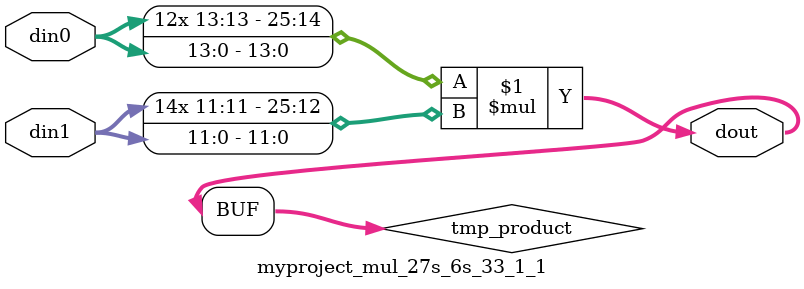
<source format=v>

`timescale 1 ns / 1 ps

 module myproject_mul_27s_6s_33_1_1(din0, din1, dout);
parameter ID = 1;
parameter NUM_STAGE = 0;
parameter din0_WIDTH = 14;
parameter din1_WIDTH = 12;
parameter dout_WIDTH = 26;

input [din0_WIDTH - 1 : 0] din0; 
input [din1_WIDTH - 1 : 0] din1; 
output [dout_WIDTH - 1 : 0] dout;

wire signed [dout_WIDTH - 1 : 0] tmp_product;



























assign tmp_product = $signed(din0) * $signed(din1);








assign dout = tmp_product;





















endmodule

</source>
